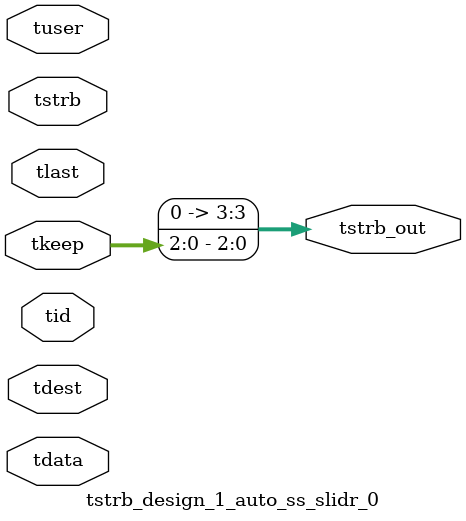
<source format=v>


`timescale 1ps/1ps

module tstrb_design_1_auto_ss_slidr_0 #
(
parameter C_S_AXIS_TDATA_WIDTH = 32,
parameter C_S_AXIS_TUSER_WIDTH = 0,
parameter C_S_AXIS_TID_WIDTH   = 0,
parameter C_S_AXIS_TDEST_WIDTH = 0,
parameter C_M_AXIS_TDATA_WIDTH = 32
)
(
input  [(C_S_AXIS_TDATA_WIDTH == 0 ? 1 : C_S_AXIS_TDATA_WIDTH)-1:0     ] tdata,
input  [(C_S_AXIS_TUSER_WIDTH == 0 ? 1 : C_S_AXIS_TUSER_WIDTH)-1:0     ] tuser,
input  [(C_S_AXIS_TID_WIDTH   == 0 ? 1 : C_S_AXIS_TID_WIDTH)-1:0       ] tid,
input  [(C_S_AXIS_TDEST_WIDTH == 0 ? 1 : C_S_AXIS_TDEST_WIDTH)-1:0     ] tdest,
input  [(C_S_AXIS_TDATA_WIDTH/8)-1:0 ] tkeep,
input  [(C_S_AXIS_TDATA_WIDTH/8)-1:0 ] tstrb,
input                                                                    tlast,
output [(C_M_AXIS_TDATA_WIDTH/8)-1:0 ] tstrb_out
);

assign tstrb_out = {tkeep[2:0]};

endmodule


</source>
